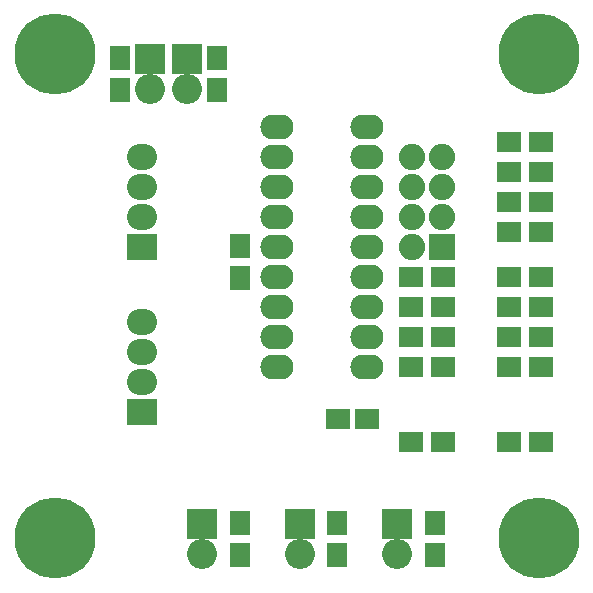
<source format=gts>
G04 #@! TF.FileFunction,Soldermask,Top*
%FSLAX46Y46*%
G04 Gerber Fmt 4.6, Leading zero omitted, Abs format (unit mm)*
G04 Created by KiCad (PCBNEW (after 2015-mar-04 BZR unknown)-product) date 10/12/2015 2:58:08 PM*
%MOMM*%
G01*
G04 APERTURE LIST*
%ADD10C,0.150000*%
%ADD11O,2.808000X2.108000*%
%ADD12R,2.008000X1.808000*%
%ADD13R,2.540000X2.540000*%
%ADD14O,2.540000X2.540000*%
%ADD15R,1.808000X2.008000*%
%ADD16C,6.858000*%
%ADD17R,2.008000X1.758000*%
%ADD18R,2.540000X2.235200*%
%ADD19O,2.540000X2.235200*%
%ADD20R,2.235200X2.235200*%
%ADD21O,2.235200X2.235200*%
G04 APERTURE END LIST*
D10*
D11*
X22860000Y-10160000D03*
X22860000Y-12700000D03*
X22860000Y-15240000D03*
X22860000Y-17780000D03*
X22860000Y-20320000D03*
X22860000Y-22860000D03*
X22860000Y-25400000D03*
X22860000Y-27940000D03*
X22860000Y-30480000D03*
X30480000Y-30480000D03*
X30480000Y-27940000D03*
X30480000Y-25400000D03*
X30480000Y-22860000D03*
X30480000Y-20320000D03*
X30480000Y-17780000D03*
X30480000Y-15240000D03*
X30480000Y-12700000D03*
X30480000Y-10160000D03*
D12*
X42465000Y-36830000D03*
X45165000Y-36830000D03*
X42465000Y-22860000D03*
X45165000Y-22860000D03*
X42465000Y-25400000D03*
X45165000Y-25400000D03*
X42465000Y-27940000D03*
X45165000Y-27940000D03*
X42465000Y-30480000D03*
X45165000Y-30480000D03*
D13*
X33020000Y-43815000D03*
D14*
X33020000Y-46355000D03*
D15*
X19685000Y-46435000D03*
X19685000Y-43735000D03*
X27940000Y-46435000D03*
X27940000Y-43735000D03*
X36195000Y-46435000D03*
X36195000Y-43735000D03*
X9525000Y-7065000D03*
X9525000Y-4365000D03*
X17780000Y-7065000D03*
X17780000Y-4365000D03*
D12*
X36910000Y-36830000D03*
X34210000Y-36830000D03*
X42465000Y-11430000D03*
X45165000Y-11430000D03*
X42465000Y-13970000D03*
X45165000Y-13970000D03*
X42465000Y-16510000D03*
X45165000Y-16510000D03*
X42465000Y-19050000D03*
X45165000Y-19050000D03*
X36910000Y-22860000D03*
X34210000Y-22860000D03*
X36910000Y-25400000D03*
X34210000Y-25400000D03*
X36910000Y-27940000D03*
X34210000Y-27940000D03*
X36910000Y-30480000D03*
X34210000Y-30480000D03*
D16*
X4000000Y-45000000D03*
X4000000Y-4000000D03*
X45000000Y-45000000D03*
X45000000Y-4000000D03*
D15*
X19685000Y-20240000D03*
X19685000Y-22940000D03*
D17*
X27960000Y-34925000D03*
X30460000Y-34925000D03*
D18*
X11430000Y-20320000D03*
D19*
X11430000Y-17780000D03*
X11430000Y-15240000D03*
X11430000Y-12700000D03*
D18*
X11430000Y-34290000D03*
D19*
X11430000Y-31750000D03*
X11430000Y-29210000D03*
X11430000Y-26670000D03*
D13*
X16510000Y-43815000D03*
D14*
X16510000Y-46355000D03*
D13*
X24765000Y-43815000D03*
D14*
X24765000Y-46355000D03*
D13*
X12065000Y-4445000D03*
D14*
X12065000Y-6985000D03*
D13*
X15240000Y-4445000D03*
D14*
X15240000Y-6985000D03*
D20*
X36830000Y-20320000D03*
D21*
X34290000Y-20320000D03*
X36830000Y-17780000D03*
X34290000Y-17780000D03*
X36830000Y-15240000D03*
X34290000Y-15240000D03*
X36830000Y-12700000D03*
X34290000Y-12700000D03*
M02*

</source>
